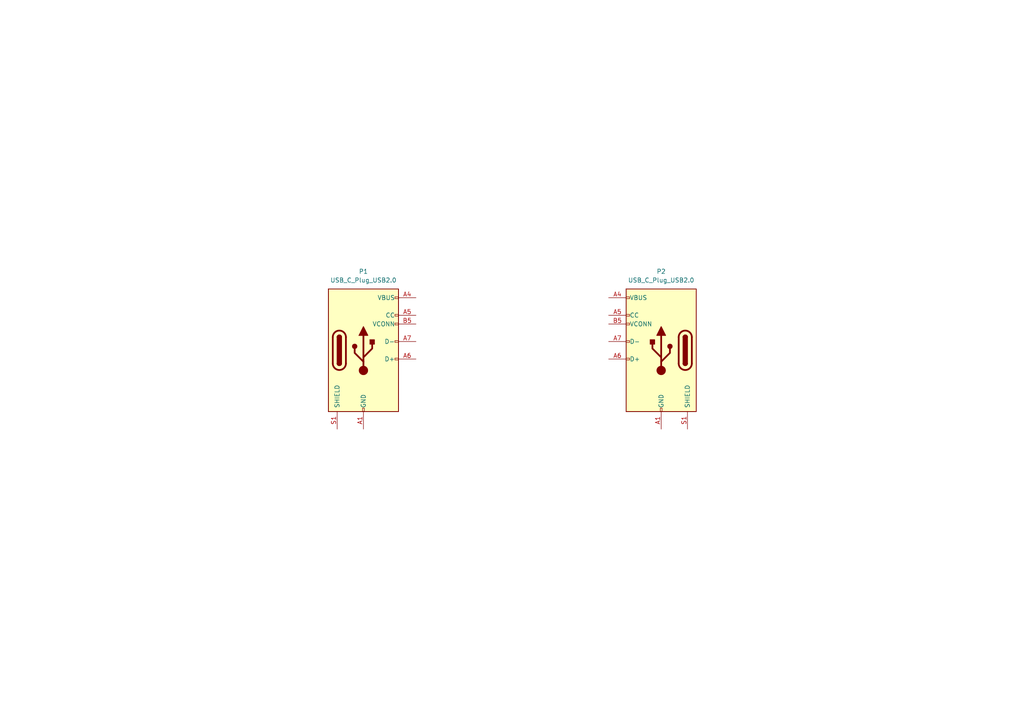
<source format=kicad_sch>
(kicad_sch (version 20231120) (generator "eeschema") (generator_version "8.0")
  (paper "A4")
  (lib_symbols
    (symbol "Connector:USB_C_Plug_USB2.0" (pin_names (offset 1.016))
      (property "Reference" "P" (at -10.16 19.05 0))
      (property "Value" "USB_C_Plug_USB2.0" (at 12.7 19.05 0))
      (symbol "USB_C_Plug_USB2.0_0_0"
        (rectangle (start -0.254 -17.78) (end 0.254 -16.764))
        (rectangle (start 10.16 -2.286) (end 9.144 -2.794))
        (rectangle (start 10.16 2.794) (end 9.144 2.286))
        (rectangle (start 10.16 7.874) (end 9.144 7.366))
        (rectangle (start 10.16 10.414) (end 9.144 9.906))
        (rectangle (start 10.16 15.494) (end 9.144 14.986))
      )
      (symbol "USB_C_Plug_USB2.0_0_1"
        (rectangle (start -10.16 17.78) (end 10.16 -17.78) (stroke (width 0.254)) (fill (type background)))
        (arc (start -8.89 -3.81) (mid -6.985 -5.7067) (end -5.08 -3.81) (stroke (width 0.508)))
        (arc (start -7.62 -3.81) (mid -6.985 -4.4423) (end -6.35 -3.81) (stroke (width 0.254)))
        (arc (start -7.62 -3.81) (mid -6.985 -4.4423) (end -6.35 -3.81) (stroke (width 0.254)) (fill (type outline)))
        (rectangle (start -7.62 -3.81) (end -6.35 3.81) (stroke (width 0.254)) (fill (type outline)))
        (arc (start -6.35 3.81) (mid -6.985 4.4423) (end -7.62 3.81) (stroke (width 0.254)))
        (arc (start -6.35 3.81) (mid -6.985 4.4423) (end -7.62 3.81) (stroke (width 0.254)) (fill (type outline)))
        (arc (start -5.08 3.81) (mid -6.985 5.7067) (end -8.89 3.81) (stroke (width 0.508)))
        (circle (center -2.54 1.143) (radius 0.635) (stroke (width 0.254)) (fill (type outline)))
        (circle (center 0 -5.842) (radius 1.27) (fill (type outline)))
        (polyline (pts (xy -8.89 -3.81) (xy -8.89 3.81)) (stroke (width 0.508)))
        (polyline (pts (xy -5.08 3.81) (xy -5.08 -3.81)) (stroke (width 0.508)))
        (polyline (pts (xy 0 -5.842) (xy 0 4.318)) (stroke (width 0.508)))
        (polyline (pts (xy 0 -3.302) (xy -2.54 -0.762) (xy -2.54 0.508)) (stroke (width 0.508)))
        (polyline (pts (xy 0 -2.032) (xy 2.54 0.508) (xy 2.54 1.778)) (stroke (width 0.508)))
        (polyline (pts (xy -1.27 4.318) (xy 0 6.858) (xy 1.27 4.318) (xy -1.27 4.318)) (stroke (width 0.254)) (fill (type outline)))
        (rectangle (start 1.905 1.778) (end 3.175 3.048) (stroke (width 0.254)) (fill (type outline)))
      )
      (symbol "USB_C_Plug_USB2.0_1_1"
        (pin passive line (at 0 -22.86 90) (length 5.08) (name "GND") (number "A1"))
        (pin passive line (at 0 -22.86 90) (length 5.08) hide (name "GND") (number "A12"))
        (pin passive line (at 15.24 15.24 180) (length 5.08) (name "VBUS") (number "A4"))
        (pin bidirectional line (at 15.24 10.16 180) (length 5.08) (name "CC") (number "A5"))
        (pin bidirectional line (at 15.24 -2.54 180) (length 5.08) (name "D+") (number "A6"))
        (pin bidirectional line (at 15.24 2.54 180) (length 5.08) (name "D-") (number "A7"))
        (pin passive line (at 15.24 15.24 180) (length 5.08) hide (name "VBUS") (number "A9"))
        (pin passive line (at 0 -22.86 90) (length 5.08) hide (name "GND") (number "B1"))
        (pin passive line (at 0 -22.86 90) (length 5.08) hide (name "GND") (number "B12"))
        (pin passive line (at 15.24 15.24 180) (length 5.08) hide (name "VBUS") (number "B4"))
        (pin bidirectional line (at 15.24 7.62 180) (length 5.08) (name "VCONN") (number "B5"))
        (pin passive line (at 15.24 15.24 180) (length 5.08) hide (name "VBUS") (number "B9"))
        (pin passive line (at -7.62 -22.86 90) (length 5.08) (name "SHIELD") (number "S1"))
      )
    )
  )
  (symbol (lib_id "Connector:USB_C_Plug_USB2.0") (at 191.77 101.6 0) (mirror y) (unit 1)
    (property "Reference" "P2" (at 191.77 78.74 0))
    (property "Value" "USB_C_Plug_USB2.0" (at 191.77 81.28 0))
    (property "Datasheet" "https://www.usb.org/sites/default/files/documents/usb_type-c.zip" (effects (hide yes)))
    (property "Description" "USB 2.0-only Type-C Plug connector" (effects (hide yes)))
  )
  (symbol (lib_id "Connector:USB_C_Plug_USB2.0") (at 105.41 101.6 0) (unit 1)
    (property "Reference" "P1" (at 105.41 78.74 0))
    (property "Value" "USB_C_Plug_USB2.0" (at 105.41 81.28 0))
    (property "Datasheet" "https://www.usb.org/sites/default/files/documents/usb_type-c.zip" (effects (hide yes)))
    (property "Description" "USB 2.0-only Type-C Plug connector" (effects (hide yes)))
  )
)
</source>
